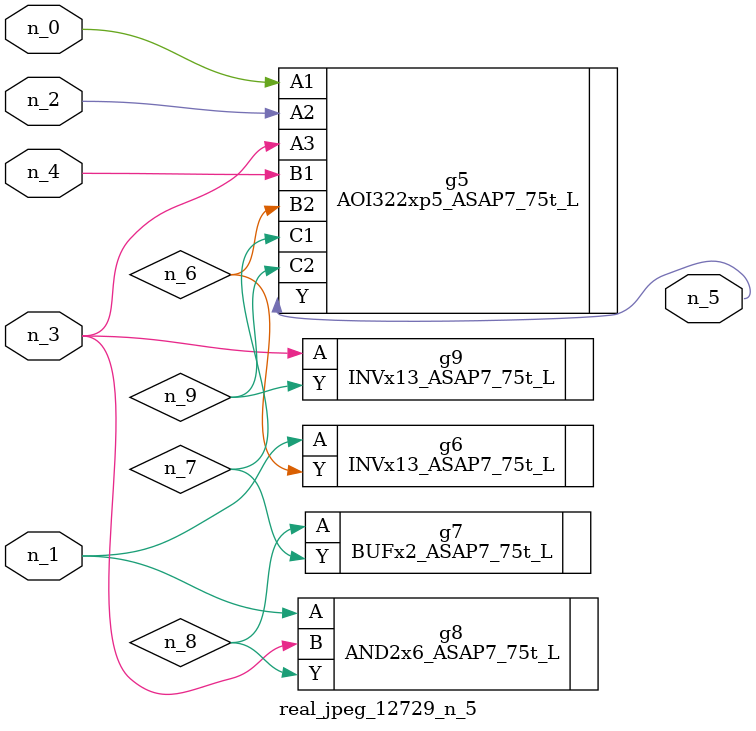
<source format=v>
module real_jpeg_12729_n_5 (n_4, n_0, n_1, n_2, n_3, n_5);

input n_4;
input n_0;
input n_1;
input n_2;
input n_3;

output n_5;

wire n_8;
wire n_6;
wire n_7;
wire n_9;

AOI322xp5_ASAP7_75t_L g5 ( 
.A1(n_0),
.A2(n_2),
.A3(n_3),
.B1(n_4),
.B2(n_6),
.C1(n_7),
.C2(n_9),
.Y(n_5)
);

INVx13_ASAP7_75t_L g6 ( 
.A(n_1),
.Y(n_6)
);

AND2x6_ASAP7_75t_L g8 ( 
.A(n_1),
.B(n_3),
.Y(n_8)
);

INVx13_ASAP7_75t_L g9 ( 
.A(n_3),
.Y(n_9)
);

BUFx2_ASAP7_75t_L g7 ( 
.A(n_8),
.Y(n_7)
);


endmodule
</source>
